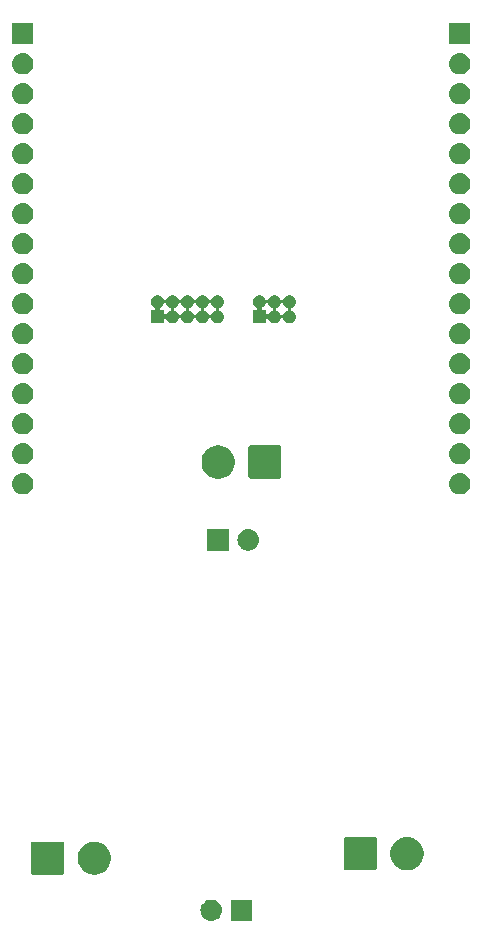
<source format=gbr>
G04 #@! TF.GenerationSoftware,KiCad,Pcbnew,(5.1.2)-2*
G04 #@! TF.CreationDate,2019-10-16T12:38:49+08:00*
G04 #@! TF.ProjectId,ESP32-Solar-Battery,45535033-322d-4536-9f6c-61722d426174,rev?*
G04 #@! TF.SameCoordinates,Original*
G04 #@! TF.FileFunction,Soldermask,Bot*
G04 #@! TF.FilePolarity,Negative*
%FSLAX46Y46*%
G04 Gerber Fmt 4.6, Leading zero omitted, Abs format (unit mm)*
G04 Created by KiCad (PCBNEW (5.1.2)-2) date 2019-10-16 12:38:49*
%MOMM*%
%LPD*%
G04 APERTURE LIST*
%ADD10C,0.100000*%
G04 APERTURE END LIST*
D10*
G36*
X126389700Y-138353100D02*
G01*
X124587700Y-138353100D01*
X124587700Y-136551100D01*
X126389700Y-136551100D01*
X126389700Y-138353100D01*
X126389700Y-138353100D01*
G37*
G36*
X123059143Y-136557619D02*
G01*
X123125327Y-136564137D01*
X123295166Y-136615657D01*
X123451691Y-136699322D01*
X123487429Y-136728652D01*
X123588886Y-136811914D01*
X123672148Y-136913371D01*
X123701478Y-136949109D01*
X123785143Y-137105634D01*
X123836663Y-137275473D01*
X123854059Y-137452100D01*
X123836663Y-137628727D01*
X123785143Y-137798566D01*
X123701478Y-137955091D01*
X123672148Y-137990829D01*
X123588886Y-138092286D01*
X123487429Y-138175548D01*
X123451691Y-138204878D01*
X123295166Y-138288543D01*
X123125327Y-138340063D01*
X123059143Y-138346581D01*
X122992960Y-138353100D01*
X122904440Y-138353100D01*
X122838257Y-138346581D01*
X122772073Y-138340063D01*
X122602234Y-138288543D01*
X122445709Y-138204878D01*
X122409971Y-138175548D01*
X122308514Y-138092286D01*
X122225252Y-137990829D01*
X122195922Y-137955091D01*
X122112257Y-137798566D01*
X122060737Y-137628727D01*
X122043341Y-137452100D01*
X122060737Y-137275473D01*
X122112257Y-137105634D01*
X122195922Y-136949109D01*
X122225252Y-136913371D01*
X122308514Y-136811914D01*
X122409971Y-136728652D01*
X122445709Y-136699322D01*
X122602234Y-136615657D01*
X122772073Y-136564137D01*
X122838257Y-136557619D01*
X122904440Y-136551100D01*
X122992960Y-136551100D01*
X123059143Y-136557619D01*
X123059143Y-136557619D01*
G37*
G36*
X110374511Y-131635121D02*
G01*
X110403966Y-131644056D01*
X110431103Y-131658562D01*
X110454894Y-131678086D01*
X110474418Y-131701877D01*
X110488924Y-131729014D01*
X110497859Y-131758469D01*
X110501480Y-131795234D01*
X110501480Y-134269766D01*
X110497859Y-134306531D01*
X110488924Y-134335986D01*
X110474418Y-134363123D01*
X110454894Y-134386914D01*
X110431103Y-134406438D01*
X110403966Y-134420944D01*
X110374511Y-134429879D01*
X110337746Y-134433500D01*
X107863214Y-134433500D01*
X107826449Y-134429879D01*
X107796994Y-134420944D01*
X107769857Y-134406438D01*
X107746066Y-134386914D01*
X107726542Y-134363123D01*
X107712036Y-134335986D01*
X107703101Y-134306531D01*
X107699480Y-134269766D01*
X107699480Y-131795234D01*
X107703101Y-131758469D01*
X107712036Y-131729014D01*
X107726542Y-131701877D01*
X107746066Y-131678086D01*
X107769857Y-131658562D01*
X107796994Y-131644056D01*
X107826449Y-131635121D01*
X107863214Y-131631500D01*
X110337746Y-131631500D01*
X110374511Y-131635121D01*
X110374511Y-131635121D01*
G37*
G36*
X113334518Y-131658562D02*
G01*
X113469137Y-131685339D01*
X113574577Y-131729014D01*
X113724101Y-131790949D01*
X113798005Y-131840330D01*
X113953566Y-131944272D01*
X114148708Y-132139414D01*
X114251155Y-132292737D01*
X114302031Y-132368879D01*
X114407641Y-132623844D01*
X114461480Y-132894512D01*
X114461480Y-133170488D01*
X114407641Y-133441156D01*
X114302031Y-133696121D01*
X114302030Y-133696122D01*
X114148708Y-133925586D01*
X113953566Y-134120728D01*
X113873756Y-134174055D01*
X113724101Y-134274051D01*
X113645687Y-134306531D01*
X113469137Y-134379661D01*
X113378913Y-134397607D01*
X113198468Y-134433500D01*
X112922492Y-134433500D01*
X112742047Y-134397607D01*
X112651823Y-134379661D01*
X112475273Y-134306531D01*
X112396859Y-134274051D01*
X112247204Y-134174055D01*
X112167394Y-134120728D01*
X111972252Y-133925586D01*
X111818930Y-133696122D01*
X111818929Y-133696121D01*
X111713319Y-133441156D01*
X111659480Y-133170488D01*
X111659480Y-132894512D01*
X111713319Y-132623844D01*
X111818929Y-132368879D01*
X111869805Y-132292737D01*
X111972252Y-132139414D01*
X112167394Y-131944272D01*
X112322955Y-131840330D01*
X112396859Y-131790949D01*
X112546383Y-131729014D01*
X112651823Y-131685339D01*
X112786442Y-131658562D01*
X112922492Y-131631500D01*
X113198468Y-131631500D01*
X113334518Y-131658562D01*
X113334518Y-131658562D01*
G37*
G36*
X139806538Y-131282642D02*
G01*
X139941157Y-131309419D01*
X140046597Y-131353094D01*
X140196121Y-131415029D01*
X140270025Y-131464410D01*
X140425586Y-131568352D01*
X140620728Y-131763494D01*
X140723175Y-131916817D01*
X140774051Y-131992959D01*
X140879661Y-132247924D01*
X140933500Y-132518592D01*
X140933500Y-132794568D01*
X140879661Y-133065236D01*
X140774051Y-133320201D01*
X140774050Y-133320202D01*
X140620728Y-133549666D01*
X140425586Y-133744808D01*
X140345776Y-133798135D01*
X140196121Y-133898131D01*
X140117707Y-133930611D01*
X139941157Y-134003741D01*
X139850933Y-134021687D01*
X139670488Y-134057580D01*
X139394512Y-134057580D01*
X139214067Y-134021687D01*
X139123843Y-134003741D01*
X138947293Y-133930611D01*
X138868879Y-133898131D01*
X138719224Y-133798135D01*
X138639414Y-133744808D01*
X138444272Y-133549666D01*
X138290950Y-133320202D01*
X138290949Y-133320201D01*
X138185339Y-133065236D01*
X138131500Y-132794568D01*
X138131500Y-132518592D01*
X138185339Y-132247924D01*
X138290949Y-131992959D01*
X138341825Y-131916817D01*
X138444272Y-131763494D01*
X138639414Y-131568352D01*
X138794975Y-131464410D01*
X138868879Y-131415029D01*
X139018403Y-131353094D01*
X139123843Y-131309419D01*
X139258462Y-131282642D01*
X139394512Y-131255580D01*
X139670488Y-131255580D01*
X139806538Y-131282642D01*
X139806538Y-131282642D01*
G37*
G36*
X136846531Y-131259201D02*
G01*
X136875986Y-131268136D01*
X136903123Y-131282642D01*
X136926914Y-131302166D01*
X136946438Y-131325957D01*
X136960944Y-131353094D01*
X136969879Y-131382549D01*
X136973500Y-131419314D01*
X136973500Y-133893846D01*
X136969879Y-133930611D01*
X136960944Y-133960066D01*
X136946438Y-133987203D01*
X136926914Y-134010994D01*
X136903123Y-134030518D01*
X136875986Y-134045024D01*
X136846531Y-134053959D01*
X136809766Y-134057580D01*
X134335234Y-134057580D01*
X134298469Y-134053959D01*
X134269014Y-134045024D01*
X134241877Y-134030518D01*
X134218086Y-134010994D01*
X134198562Y-133987203D01*
X134184056Y-133960066D01*
X134175121Y-133930611D01*
X134171500Y-133893846D01*
X134171500Y-131419314D01*
X134175121Y-131382549D01*
X134184056Y-131353094D01*
X134198562Y-131325957D01*
X134218086Y-131302166D01*
X134241877Y-131282642D01*
X134269014Y-131268136D01*
X134298469Y-131259201D01*
X134335234Y-131255580D01*
X136809766Y-131255580D01*
X136846531Y-131259201D01*
X136846531Y-131259201D01*
G37*
G36*
X124441000Y-107001000D02*
G01*
X122639000Y-107001000D01*
X122639000Y-105199000D01*
X124441000Y-105199000D01*
X124441000Y-107001000D01*
X124441000Y-107001000D01*
G37*
G36*
X126190442Y-105205518D02*
G01*
X126256627Y-105212037D01*
X126426466Y-105263557D01*
X126582991Y-105347222D01*
X126618729Y-105376552D01*
X126720186Y-105459814D01*
X126803448Y-105561271D01*
X126832778Y-105597009D01*
X126916443Y-105753534D01*
X126967963Y-105923373D01*
X126985359Y-106100000D01*
X126967963Y-106276627D01*
X126916443Y-106446466D01*
X126832778Y-106602991D01*
X126803448Y-106638729D01*
X126720186Y-106740186D01*
X126618729Y-106823448D01*
X126582991Y-106852778D01*
X126426466Y-106936443D01*
X126256627Y-106987963D01*
X126190442Y-106994482D01*
X126124260Y-107001000D01*
X126035740Y-107001000D01*
X125969558Y-106994482D01*
X125903373Y-106987963D01*
X125733534Y-106936443D01*
X125577009Y-106852778D01*
X125541271Y-106823448D01*
X125439814Y-106740186D01*
X125356552Y-106638729D01*
X125327222Y-106602991D01*
X125243557Y-106446466D01*
X125192037Y-106276627D01*
X125174641Y-106100000D01*
X125192037Y-105923373D01*
X125243557Y-105753534D01*
X125327222Y-105597009D01*
X125356552Y-105561271D01*
X125439814Y-105459814D01*
X125541271Y-105376552D01*
X125577009Y-105347222D01*
X125733534Y-105263557D01*
X125903373Y-105212037D01*
X125969558Y-105205518D01*
X126035740Y-105199000D01*
X126124260Y-105199000D01*
X126190442Y-105205518D01*
X126190442Y-105205518D01*
G37*
G36*
X144110443Y-100436899D02*
G01*
X144176627Y-100443417D01*
X144346466Y-100494937D01*
X144502991Y-100578602D01*
X144514720Y-100588228D01*
X144640186Y-100691194D01*
X144717740Y-100785695D01*
X144752778Y-100828389D01*
X144836443Y-100984914D01*
X144887963Y-101154753D01*
X144905359Y-101331380D01*
X144887963Y-101508007D01*
X144836443Y-101677846D01*
X144752778Y-101834371D01*
X144723448Y-101870109D01*
X144640186Y-101971566D01*
X144538729Y-102054828D01*
X144502991Y-102084158D01*
X144346466Y-102167823D01*
X144176627Y-102219343D01*
X144110442Y-102225862D01*
X144044260Y-102232380D01*
X143955740Y-102232380D01*
X143889558Y-102225862D01*
X143823373Y-102219343D01*
X143653534Y-102167823D01*
X143497009Y-102084158D01*
X143461271Y-102054828D01*
X143359814Y-101971566D01*
X143276552Y-101870109D01*
X143247222Y-101834371D01*
X143163557Y-101677846D01*
X143112037Y-101508007D01*
X143094641Y-101331380D01*
X143112037Y-101154753D01*
X143163557Y-100984914D01*
X143247222Y-100828389D01*
X143282260Y-100785695D01*
X143359814Y-100691194D01*
X143485280Y-100588228D01*
X143497009Y-100578602D01*
X143653534Y-100494937D01*
X143823373Y-100443417D01*
X143889557Y-100436899D01*
X143955740Y-100430380D01*
X144044260Y-100430380D01*
X144110443Y-100436899D01*
X144110443Y-100436899D01*
G37*
G36*
X107110443Y-100436899D02*
G01*
X107176627Y-100443417D01*
X107346466Y-100494937D01*
X107502991Y-100578602D01*
X107514720Y-100588228D01*
X107640186Y-100691194D01*
X107717740Y-100785695D01*
X107752778Y-100828389D01*
X107836443Y-100984914D01*
X107887963Y-101154753D01*
X107905359Y-101331380D01*
X107887963Y-101508007D01*
X107836443Y-101677846D01*
X107752778Y-101834371D01*
X107723448Y-101870109D01*
X107640186Y-101971566D01*
X107538729Y-102054828D01*
X107502991Y-102084158D01*
X107346466Y-102167823D01*
X107176627Y-102219343D01*
X107110442Y-102225862D01*
X107044260Y-102232380D01*
X106955740Y-102232380D01*
X106889558Y-102225862D01*
X106823373Y-102219343D01*
X106653534Y-102167823D01*
X106497009Y-102084158D01*
X106461271Y-102054828D01*
X106359814Y-101971566D01*
X106276552Y-101870109D01*
X106247222Y-101834371D01*
X106163557Y-101677846D01*
X106112037Y-101508007D01*
X106094641Y-101331380D01*
X106112037Y-101154753D01*
X106163557Y-100984914D01*
X106247222Y-100828389D01*
X106282260Y-100785695D01*
X106359814Y-100691194D01*
X106485280Y-100588228D01*
X106497009Y-100578602D01*
X106653534Y-100494937D01*
X106823373Y-100443417D01*
X106889557Y-100436899D01*
X106955740Y-100430380D01*
X107044260Y-100430380D01*
X107110443Y-100436899D01*
X107110443Y-100436899D01*
G37*
G36*
X128774031Y-98102621D02*
G01*
X128803486Y-98111556D01*
X128830623Y-98126062D01*
X128854414Y-98145586D01*
X128873938Y-98169377D01*
X128888444Y-98196514D01*
X128897379Y-98225969D01*
X128901000Y-98262734D01*
X128901000Y-100737266D01*
X128897379Y-100774031D01*
X128888444Y-100803486D01*
X128873938Y-100830623D01*
X128854414Y-100854414D01*
X128830623Y-100873938D01*
X128803486Y-100888444D01*
X128774031Y-100897379D01*
X128737266Y-100901000D01*
X126262734Y-100901000D01*
X126225969Y-100897379D01*
X126196514Y-100888444D01*
X126169377Y-100873938D01*
X126145586Y-100854414D01*
X126126062Y-100830623D01*
X126111556Y-100803486D01*
X126102621Y-100774031D01*
X126099000Y-100737266D01*
X126099000Y-98262734D01*
X126102621Y-98225969D01*
X126111556Y-98196514D01*
X126126062Y-98169377D01*
X126145586Y-98145586D01*
X126169377Y-98126062D01*
X126196514Y-98111556D01*
X126225969Y-98102621D01*
X126262734Y-98099000D01*
X128737266Y-98099000D01*
X128774031Y-98102621D01*
X128774031Y-98102621D01*
G37*
G36*
X123814038Y-98126062D02*
G01*
X123948657Y-98152839D01*
X124054097Y-98196514D01*
X124203621Y-98258449D01*
X124248429Y-98288389D01*
X124433086Y-98411772D01*
X124628228Y-98606914D01*
X124633467Y-98614755D01*
X124781551Y-98836379D01*
X124887161Y-99091344D01*
X124941000Y-99362012D01*
X124941000Y-99637988D01*
X124887161Y-99908656D01*
X124781551Y-100163621D01*
X124781550Y-100163622D01*
X124628228Y-100393086D01*
X124433086Y-100588228D01*
X124353276Y-100641555D01*
X124203621Y-100741551D01*
X124125207Y-100774031D01*
X123948657Y-100847161D01*
X123858433Y-100865107D01*
X123677988Y-100901000D01*
X123402012Y-100901000D01*
X123221567Y-100865107D01*
X123131343Y-100847161D01*
X122954793Y-100774031D01*
X122876379Y-100741551D01*
X122726724Y-100641555D01*
X122646914Y-100588228D01*
X122451772Y-100393086D01*
X122298450Y-100163622D01*
X122298449Y-100163621D01*
X122192839Y-99908656D01*
X122139000Y-99637988D01*
X122139000Y-99362012D01*
X122192839Y-99091344D01*
X122298449Y-98836379D01*
X122446533Y-98614755D01*
X122451772Y-98606914D01*
X122646914Y-98411772D01*
X122831571Y-98288389D01*
X122876379Y-98258449D01*
X123025903Y-98196514D01*
X123131343Y-98152839D01*
X123265962Y-98126062D01*
X123402012Y-98099000D01*
X123677988Y-98099000D01*
X123814038Y-98126062D01*
X123814038Y-98126062D01*
G37*
G36*
X107110442Y-97896898D02*
G01*
X107176627Y-97903417D01*
X107346466Y-97954937D01*
X107502991Y-98038602D01*
X107538729Y-98067932D01*
X107640186Y-98151194D01*
X107701551Y-98225969D01*
X107752778Y-98288389D01*
X107836443Y-98444914D01*
X107887963Y-98614753D01*
X107905359Y-98791380D01*
X107887963Y-98968007D01*
X107836443Y-99137846D01*
X107752778Y-99294371D01*
X107723448Y-99330109D01*
X107640186Y-99431566D01*
X107538729Y-99514828D01*
X107502991Y-99544158D01*
X107346466Y-99627823D01*
X107176627Y-99679343D01*
X107110442Y-99685862D01*
X107044260Y-99692380D01*
X106955740Y-99692380D01*
X106889558Y-99685862D01*
X106823373Y-99679343D01*
X106653534Y-99627823D01*
X106497009Y-99544158D01*
X106461271Y-99514828D01*
X106359814Y-99431566D01*
X106276552Y-99330109D01*
X106247222Y-99294371D01*
X106163557Y-99137846D01*
X106112037Y-98968007D01*
X106094641Y-98791380D01*
X106112037Y-98614753D01*
X106163557Y-98444914D01*
X106247222Y-98288389D01*
X106298449Y-98225969D01*
X106359814Y-98151194D01*
X106461271Y-98067932D01*
X106497009Y-98038602D01*
X106653534Y-97954937D01*
X106823373Y-97903417D01*
X106889557Y-97896899D01*
X106955740Y-97890380D01*
X107044260Y-97890380D01*
X107110442Y-97896898D01*
X107110442Y-97896898D01*
G37*
G36*
X144110442Y-97896898D02*
G01*
X144176627Y-97903417D01*
X144346466Y-97954937D01*
X144502991Y-98038602D01*
X144538729Y-98067932D01*
X144640186Y-98151194D01*
X144701551Y-98225969D01*
X144752778Y-98288389D01*
X144836443Y-98444914D01*
X144887963Y-98614753D01*
X144905359Y-98791380D01*
X144887963Y-98968007D01*
X144836443Y-99137846D01*
X144752778Y-99294371D01*
X144723448Y-99330109D01*
X144640186Y-99431566D01*
X144538729Y-99514828D01*
X144502991Y-99544158D01*
X144346466Y-99627823D01*
X144176627Y-99679343D01*
X144110442Y-99685862D01*
X144044260Y-99692380D01*
X143955740Y-99692380D01*
X143889558Y-99685862D01*
X143823373Y-99679343D01*
X143653534Y-99627823D01*
X143497009Y-99544158D01*
X143461271Y-99514828D01*
X143359814Y-99431566D01*
X143276552Y-99330109D01*
X143247222Y-99294371D01*
X143163557Y-99137846D01*
X143112037Y-98968007D01*
X143094641Y-98791380D01*
X143112037Y-98614753D01*
X143163557Y-98444914D01*
X143247222Y-98288389D01*
X143298449Y-98225969D01*
X143359814Y-98151194D01*
X143461271Y-98067932D01*
X143497009Y-98038602D01*
X143653534Y-97954937D01*
X143823373Y-97903417D01*
X143889557Y-97896899D01*
X143955740Y-97890380D01*
X144044260Y-97890380D01*
X144110442Y-97896898D01*
X144110442Y-97896898D01*
G37*
G36*
X144110442Y-95356898D02*
G01*
X144176627Y-95363417D01*
X144346466Y-95414937D01*
X144502991Y-95498602D01*
X144538729Y-95527932D01*
X144640186Y-95611194D01*
X144723448Y-95712651D01*
X144752778Y-95748389D01*
X144836443Y-95904914D01*
X144887963Y-96074753D01*
X144905359Y-96251380D01*
X144887963Y-96428007D01*
X144836443Y-96597846D01*
X144752778Y-96754371D01*
X144723448Y-96790109D01*
X144640186Y-96891566D01*
X144538729Y-96974828D01*
X144502991Y-97004158D01*
X144346466Y-97087823D01*
X144176627Y-97139343D01*
X144110442Y-97145862D01*
X144044260Y-97152380D01*
X143955740Y-97152380D01*
X143889557Y-97145861D01*
X143823373Y-97139343D01*
X143653534Y-97087823D01*
X143497009Y-97004158D01*
X143461271Y-96974828D01*
X143359814Y-96891566D01*
X143276552Y-96790109D01*
X143247222Y-96754371D01*
X143163557Y-96597846D01*
X143112037Y-96428007D01*
X143094641Y-96251380D01*
X143112037Y-96074753D01*
X143163557Y-95904914D01*
X143247222Y-95748389D01*
X143276552Y-95712651D01*
X143359814Y-95611194D01*
X143461271Y-95527932D01*
X143497009Y-95498602D01*
X143653534Y-95414937D01*
X143823373Y-95363417D01*
X143889558Y-95356898D01*
X143955740Y-95350380D01*
X144044260Y-95350380D01*
X144110442Y-95356898D01*
X144110442Y-95356898D01*
G37*
G36*
X107110442Y-95356898D02*
G01*
X107176627Y-95363417D01*
X107346466Y-95414937D01*
X107502991Y-95498602D01*
X107538729Y-95527932D01*
X107640186Y-95611194D01*
X107723448Y-95712651D01*
X107752778Y-95748389D01*
X107836443Y-95904914D01*
X107887963Y-96074753D01*
X107905359Y-96251380D01*
X107887963Y-96428007D01*
X107836443Y-96597846D01*
X107752778Y-96754371D01*
X107723448Y-96790109D01*
X107640186Y-96891566D01*
X107538729Y-96974828D01*
X107502991Y-97004158D01*
X107346466Y-97087823D01*
X107176627Y-97139343D01*
X107110442Y-97145862D01*
X107044260Y-97152380D01*
X106955740Y-97152380D01*
X106889557Y-97145861D01*
X106823373Y-97139343D01*
X106653534Y-97087823D01*
X106497009Y-97004158D01*
X106461271Y-96974828D01*
X106359814Y-96891566D01*
X106276552Y-96790109D01*
X106247222Y-96754371D01*
X106163557Y-96597846D01*
X106112037Y-96428007D01*
X106094641Y-96251380D01*
X106112037Y-96074753D01*
X106163557Y-95904914D01*
X106247222Y-95748389D01*
X106276552Y-95712651D01*
X106359814Y-95611194D01*
X106461271Y-95527932D01*
X106497009Y-95498602D01*
X106653534Y-95414937D01*
X106823373Y-95363417D01*
X106889558Y-95356898D01*
X106955740Y-95350380D01*
X107044260Y-95350380D01*
X107110442Y-95356898D01*
X107110442Y-95356898D01*
G37*
G36*
X144110443Y-92816899D02*
G01*
X144176627Y-92823417D01*
X144346466Y-92874937D01*
X144502991Y-92958602D01*
X144538729Y-92987932D01*
X144640186Y-93071194D01*
X144723448Y-93172651D01*
X144752778Y-93208389D01*
X144836443Y-93364914D01*
X144887963Y-93534753D01*
X144905359Y-93711380D01*
X144887963Y-93888007D01*
X144836443Y-94057846D01*
X144752778Y-94214371D01*
X144723448Y-94250109D01*
X144640186Y-94351566D01*
X144538729Y-94434828D01*
X144502991Y-94464158D01*
X144346466Y-94547823D01*
X144176627Y-94599343D01*
X144110443Y-94605861D01*
X144044260Y-94612380D01*
X143955740Y-94612380D01*
X143889558Y-94605862D01*
X143823373Y-94599343D01*
X143653534Y-94547823D01*
X143497009Y-94464158D01*
X143461271Y-94434828D01*
X143359814Y-94351566D01*
X143276552Y-94250109D01*
X143247222Y-94214371D01*
X143163557Y-94057846D01*
X143112037Y-93888007D01*
X143094641Y-93711380D01*
X143112037Y-93534753D01*
X143163557Y-93364914D01*
X143247222Y-93208389D01*
X143276552Y-93172651D01*
X143359814Y-93071194D01*
X143461271Y-92987932D01*
X143497009Y-92958602D01*
X143653534Y-92874937D01*
X143823373Y-92823417D01*
X143889557Y-92816899D01*
X143955740Y-92810380D01*
X144044260Y-92810380D01*
X144110443Y-92816899D01*
X144110443Y-92816899D01*
G37*
G36*
X107110443Y-92816899D02*
G01*
X107176627Y-92823417D01*
X107346466Y-92874937D01*
X107502991Y-92958602D01*
X107538729Y-92987932D01*
X107640186Y-93071194D01*
X107723448Y-93172651D01*
X107752778Y-93208389D01*
X107836443Y-93364914D01*
X107887963Y-93534753D01*
X107905359Y-93711380D01*
X107887963Y-93888007D01*
X107836443Y-94057846D01*
X107752778Y-94214371D01*
X107723448Y-94250109D01*
X107640186Y-94351566D01*
X107538729Y-94434828D01*
X107502991Y-94464158D01*
X107346466Y-94547823D01*
X107176627Y-94599343D01*
X107110442Y-94605862D01*
X107044260Y-94612380D01*
X106955740Y-94612380D01*
X106889558Y-94605862D01*
X106823373Y-94599343D01*
X106653534Y-94547823D01*
X106497009Y-94464158D01*
X106461271Y-94434828D01*
X106359814Y-94351566D01*
X106276552Y-94250109D01*
X106247222Y-94214371D01*
X106163557Y-94057846D01*
X106112037Y-93888007D01*
X106094641Y-93711380D01*
X106112037Y-93534753D01*
X106163557Y-93364914D01*
X106247222Y-93208389D01*
X106276552Y-93172651D01*
X106359814Y-93071194D01*
X106461271Y-92987932D01*
X106497009Y-92958602D01*
X106653534Y-92874937D01*
X106823373Y-92823417D01*
X106889557Y-92816899D01*
X106955740Y-92810380D01*
X107044260Y-92810380D01*
X107110443Y-92816899D01*
X107110443Y-92816899D01*
G37*
G36*
X144110442Y-90276898D02*
G01*
X144176627Y-90283417D01*
X144346466Y-90334937D01*
X144502991Y-90418602D01*
X144538729Y-90447932D01*
X144640186Y-90531194D01*
X144723448Y-90632651D01*
X144752778Y-90668389D01*
X144836443Y-90824914D01*
X144887963Y-90994753D01*
X144905359Y-91171380D01*
X144887963Y-91348007D01*
X144836443Y-91517846D01*
X144752778Y-91674371D01*
X144723448Y-91710109D01*
X144640186Y-91811566D01*
X144538729Y-91894828D01*
X144502991Y-91924158D01*
X144346466Y-92007823D01*
X144176627Y-92059343D01*
X144110443Y-92065861D01*
X144044260Y-92072380D01*
X143955740Y-92072380D01*
X143889557Y-92065861D01*
X143823373Y-92059343D01*
X143653534Y-92007823D01*
X143497009Y-91924158D01*
X143461271Y-91894828D01*
X143359814Y-91811566D01*
X143276552Y-91710109D01*
X143247222Y-91674371D01*
X143163557Y-91517846D01*
X143112037Y-91348007D01*
X143094641Y-91171380D01*
X143112037Y-90994753D01*
X143163557Y-90824914D01*
X143247222Y-90668389D01*
X143276552Y-90632651D01*
X143359814Y-90531194D01*
X143461271Y-90447932D01*
X143497009Y-90418602D01*
X143653534Y-90334937D01*
X143823373Y-90283417D01*
X143889558Y-90276898D01*
X143955740Y-90270380D01*
X144044260Y-90270380D01*
X144110442Y-90276898D01*
X144110442Y-90276898D01*
G37*
G36*
X107110442Y-90276898D02*
G01*
X107176627Y-90283417D01*
X107346466Y-90334937D01*
X107502991Y-90418602D01*
X107538729Y-90447932D01*
X107640186Y-90531194D01*
X107723448Y-90632651D01*
X107752778Y-90668389D01*
X107836443Y-90824914D01*
X107887963Y-90994753D01*
X107905359Y-91171380D01*
X107887963Y-91348007D01*
X107836443Y-91517846D01*
X107752778Y-91674371D01*
X107723448Y-91710109D01*
X107640186Y-91811566D01*
X107538729Y-91894828D01*
X107502991Y-91924158D01*
X107346466Y-92007823D01*
X107176627Y-92059343D01*
X107110443Y-92065861D01*
X107044260Y-92072380D01*
X106955740Y-92072380D01*
X106889557Y-92065861D01*
X106823373Y-92059343D01*
X106653534Y-92007823D01*
X106497009Y-91924158D01*
X106461271Y-91894828D01*
X106359814Y-91811566D01*
X106276552Y-91710109D01*
X106247222Y-91674371D01*
X106163557Y-91517846D01*
X106112037Y-91348007D01*
X106094641Y-91171380D01*
X106112037Y-90994753D01*
X106163557Y-90824914D01*
X106247222Y-90668389D01*
X106276552Y-90632651D01*
X106359814Y-90531194D01*
X106461271Y-90447932D01*
X106497009Y-90418602D01*
X106653534Y-90334937D01*
X106823373Y-90283417D01*
X106889558Y-90276898D01*
X106955740Y-90270380D01*
X107044260Y-90270380D01*
X107110442Y-90276898D01*
X107110442Y-90276898D01*
G37*
G36*
X144110442Y-87736898D02*
G01*
X144176627Y-87743417D01*
X144346466Y-87794937D01*
X144502991Y-87878602D01*
X144538729Y-87907932D01*
X144640186Y-87991194D01*
X144723448Y-88092651D01*
X144752778Y-88128389D01*
X144836443Y-88284914D01*
X144887963Y-88454753D01*
X144905359Y-88631380D01*
X144887963Y-88808007D01*
X144836443Y-88977846D01*
X144752778Y-89134371D01*
X144723448Y-89170109D01*
X144640186Y-89271566D01*
X144538729Y-89354828D01*
X144502991Y-89384158D01*
X144346466Y-89467823D01*
X144176627Y-89519343D01*
X144110442Y-89525862D01*
X144044260Y-89532380D01*
X143955740Y-89532380D01*
X143889558Y-89525862D01*
X143823373Y-89519343D01*
X143653534Y-89467823D01*
X143497009Y-89384158D01*
X143461271Y-89354828D01*
X143359814Y-89271566D01*
X143276552Y-89170109D01*
X143247222Y-89134371D01*
X143163557Y-88977846D01*
X143112037Y-88808007D01*
X143094641Y-88631380D01*
X143112037Y-88454753D01*
X143163557Y-88284914D01*
X143247222Y-88128389D01*
X143276552Y-88092651D01*
X143359814Y-87991194D01*
X143461271Y-87907932D01*
X143497009Y-87878602D01*
X143653534Y-87794937D01*
X143823373Y-87743417D01*
X143889558Y-87736898D01*
X143955740Y-87730380D01*
X144044260Y-87730380D01*
X144110442Y-87736898D01*
X144110442Y-87736898D01*
G37*
G36*
X107110442Y-87736898D02*
G01*
X107176627Y-87743417D01*
X107346466Y-87794937D01*
X107502991Y-87878602D01*
X107538729Y-87907932D01*
X107640186Y-87991194D01*
X107723448Y-88092651D01*
X107752778Y-88128389D01*
X107836443Y-88284914D01*
X107887963Y-88454753D01*
X107905359Y-88631380D01*
X107887963Y-88808007D01*
X107836443Y-88977846D01*
X107752778Y-89134371D01*
X107723448Y-89170109D01*
X107640186Y-89271566D01*
X107538729Y-89354828D01*
X107502991Y-89384158D01*
X107346466Y-89467823D01*
X107176627Y-89519343D01*
X107110442Y-89525862D01*
X107044260Y-89532380D01*
X106955740Y-89532380D01*
X106889558Y-89525862D01*
X106823373Y-89519343D01*
X106653534Y-89467823D01*
X106497009Y-89384158D01*
X106461271Y-89354828D01*
X106359814Y-89271566D01*
X106276552Y-89170109D01*
X106247222Y-89134371D01*
X106163557Y-88977846D01*
X106112037Y-88808007D01*
X106094641Y-88631380D01*
X106112037Y-88454753D01*
X106163557Y-88284914D01*
X106247222Y-88128389D01*
X106276552Y-88092651D01*
X106359814Y-87991194D01*
X106461271Y-87907932D01*
X106497009Y-87878602D01*
X106653534Y-87794937D01*
X106823373Y-87743417D01*
X106889558Y-87736898D01*
X106955740Y-87730380D01*
X107044260Y-87730380D01*
X107110442Y-87736898D01*
X107110442Y-87736898D01*
G37*
G36*
X118508015Y-85386973D02*
G01*
X118611879Y-85418479D01*
X118639055Y-85433005D01*
X118707600Y-85469643D01*
X118791501Y-85538499D01*
X118860357Y-85622400D01*
X118896995Y-85690945D01*
X118911521Y-85718121D01*
X118915388Y-85730869D01*
X118924760Y-85753496D01*
X118938374Y-85773870D01*
X118955701Y-85791197D01*
X118976075Y-85804811D01*
X118998714Y-85814188D01*
X119022747Y-85818969D01*
X119047251Y-85818969D01*
X119071285Y-85814189D01*
X119093924Y-85804812D01*
X119114298Y-85791198D01*
X119131625Y-85773871D01*
X119145239Y-85753497D01*
X119154612Y-85730869D01*
X119158479Y-85718121D01*
X119173005Y-85690945D01*
X119209643Y-85622400D01*
X119278499Y-85538499D01*
X119362400Y-85469643D01*
X119430945Y-85433005D01*
X119458121Y-85418479D01*
X119561985Y-85386973D01*
X119642933Y-85379000D01*
X119697067Y-85379000D01*
X119778015Y-85386973D01*
X119881879Y-85418479D01*
X119909055Y-85433005D01*
X119977600Y-85469643D01*
X120061501Y-85538499D01*
X120130357Y-85622400D01*
X120166995Y-85690945D01*
X120181521Y-85718121D01*
X120185388Y-85730869D01*
X120194760Y-85753496D01*
X120208374Y-85773870D01*
X120225701Y-85791197D01*
X120246075Y-85804811D01*
X120268714Y-85814188D01*
X120292747Y-85818969D01*
X120317251Y-85818969D01*
X120341285Y-85814189D01*
X120363924Y-85804812D01*
X120384298Y-85791198D01*
X120401625Y-85773871D01*
X120415239Y-85753497D01*
X120424612Y-85730869D01*
X120428479Y-85718121D01*
X120443005Y-85690945D01*
X120479643Y-85622400D01*
X120548499Y-85538499D01*
X120632400Y-85469643D01*
X120700945Y-85433005D01*
X120728121Y-85418479D01*
X120831985Y-85386973D01*
X120912933Y-85379000D01*
X120967067Y-85379000D01*
X121048015Y-85386973D01*
X121151879Y-85418479D01*
X121179055Y-85433005D01*
X121247600Y-85469643D01*
X121331501Y-85538499D01*
X121400357Y-85622400D01*
X121436995Y-85690945D01*
X121451521Y-85718121D01*
X121455388Y-85730869D01*
X121464760Y-85753496D01*
X121478374Y-85773870D01*
X121495701Y-85791197D01*
X121516075Y-85804811D01*
X121538714Y-85814188D01*
X121562747Y-85818969D01*
X121587251Y-85818969D01*
X121611285Y-85814189D01*
X121633924Y-85804812D01*
X121654298Y-85791198D01*
X121671625Y-85773871D01*
X121685239Y-85753497D01*
X121694612Y-85730869D01*
X121698479Y-85718121D01*
X121713005Y-85690945D01*
X121749643Y-85622400D01*
X121818499Y-85538499D01*
X121902400Y-85469643D01*
X121970945Y-85433005D01*
X121998121Y-85418479D01*
X122101985Y-85386973D01*
X122182933Y-85379000D01*
X122237067Y-85379000D01*
X122318015Y-85386973D01*
X122421879Y-85418479D01*
X122449055Y-85433005D01*
X122517600Y-85469643D01*
X122601501Y-85538499D01*
X122670357Y-85622400D01*
X122706995Y-85690945D01*
X122721521Y-85718121D01*
X122725388Y-85730869D01*
X122734760Y-85753496D01*
X122748374Y-85773870D01*
X122765701Y-85791197D01*
X122786075Y-85804811D01*
X122808714Y-85814188D01*
X122832747Y-85818969D01*
X122857251Y-85818969D01*
X122881285Y-85814189D01*
X122903924Y-85804812D01*
X122924298Y-85791198D01*
X122941625Y-85773871D01*
X122955239Y-85753497D01*
X122964612Y-85730869D01*
X122968479Y-85718121D01*
X122983005Y-85690945D01*
X123019643Y-85622400D01*
X123088499Y-85538499D01*
X123172400Y-85469643D01*
X123240945Y-85433005D01*
X123268121Y-85418479D01*
X123371985Y-85386973D01*
X123452933Y-85379000D01*
X123507067Y-85379000D01*
X123588015Y-85386973D01*
X123691879Y-85418479D01*
X123719055Y-85433005D01*
X123787600Y-85469643D01*
X123871501Y-85538499D01*
X123940357Y-85622400D01*
X123976995Y-85690945D01*
X123991521Y-85718121D01*
X124023027Y-85821985D01*
X124033666Y-85930000D01*
X124023027Y-86038015D01*
X123991521Y-86141879D01*
X123991519Y-86141882D01*
X123940357Y-86237600D01*
X123871501Y-86321501D01*
X123787600Y-86390357D01*
X123732014Y-86420068D01*
X123691879Y-86441521D01*
X123679131Y-86445388D01*
X123656504Y-86454760D01*
X123636130Y-86468374D01*
X123618803Y-86485701D01*
X123605189Y-86506075D01*
X123595812Y-86528714D01*
X123591031Y-86552747D01*
X123591031Y-86577251D01*
X123595811Y-86601285D01*
X123605188Y-86623924D01*
X123618802Y-86644298D01*
X123636129Y-86661625D01*
X123656503Y-86675239D01*
X123679131Y-86684612D01*
X123691879Y-86688479D01*
X123719055Y-86703005D01*
X123787600Y-86739643D01*
X123871501Y-86808499D01*
X123940357Y-86892400D01*
X123976995Y-86960945D01*
X123991521Y-86988121D01*
X124023027Y-87091985D01*
X124033666Y-87200000D01*
X124023027Y-87308015D01*
X123991521Y-87411879D01*
X123991191Y-87412496D01*
X123940357Y-87507600D01*
X123871501Y-87591501D01*
X123787600Y-87660357D01*
X123719055Y-87696995D01*
X123691879Y-87711521D01*
X123588015Y-87743027D01*
X123507067Y-87751000D01*
X123452933Y-87751000D01*
X123371985Y-87743027D01*
X123268121Y-87711521D01*
X123240945Y-87696995D01*
X123172400Y-87660357D01*
X123088499Y-87591501D01*
X123019643Y-87507600D01*
X122968809Y-87412496D01*
X122968479Y-87411879D01*
X122964612Y-87399131D01*
X122955240Y-87376504D01*
X122941626Y-87356130D01*
X122924299Y-87338803D01*
X122903925Y-87325189D01*
X122881286Y-87315812D01*
X122857253Y-87311031D01*
X122832749Y-87311031D01*
X122808715Y-87315811D01*
X122786076Y-87325188D01*
X122765702Y-87338802D01*
X122748375Y-87356129D01*
X122734761Y-87376503D01*
X122725388Y-87399131D01*
X122721521Y-87411879D01*
X122721191Y-87412496D01*
X122670357Y-87507600D01*
X122601501Y-87591501D01*
X122517600Y-87660357D01*
X122449055Y-87696995D01*
X122421879Y-87711521D01*
X122318015Y-87743027D01*
X122237067Y-87751000D01*
X122182933Y-87751000D01*
X122101985Y-87743027D01*
X121998121Y-87711521D01*
X121970945Y-87696995D01*
X121902400Y-87660357D01*
X121818499Y-87591501D01*
X121749643Y-87507600D01*
X121698809Y-87412496D01*
X121698479Y-87411879D01*
X121694612Y-87399131D01*
X121685240Y-87376504D01*
X121671626Y-87356130D01*
X121654299Y-87338803D01*
X121633925Y-87325189D01*
X121611286Y-87315812D01*
X121587253Y-87311031D01*
X121562749Y-87311031D01*
X121538715Y-87315811D01*
X121516076Y-87325188D01*
X121495702Y-87338802D01*
X121478375Y-87356129D01*
X121464761Y-87376503D01*
X121455388Y-87399131D01*
X121451521Y-87411879D01*
X121451191Y-87412496D01*
X121400357Y-87507600D01*
X121331501Y-87591501D01*
X121247600Y-87660357D01*
X121179055Y-87696995D01*
X121151879Y-87711521D01*
X121048015Y-87743027D01*
X120967067Y-87751000D01*
X120912933Y-87751000D01*
X120831985Y-87743027D01*
X120728121Y-87711521D01*
X120700945Y-87696995D01*
X120632400Y-87660357D01*
X120548499Y-87591501D01*
X120479643Y-87507600D01*
X120428809Y-87412496D01*
X120428479Y-87411879D01*
X120424612Y-87399131D01*
X120415240Y-87376504D01*
X120401626Y-87356130D01*
X120384299Y-87338803D01*
X120363925Y-87325189D01*
X120341286Y-87315812D01*
X120317253Y-87311031D01*
X120292749Y-87311031D01*
X120268715Y-87315811D01*
X120246076Y-87325188D01*
X120225702Y-87338802D01*
X120208375Y-87356129D01*
X120194761Y-87376503D01*
X120185388Y-87399131D01*
X120181521Y-87411879D01*
X120181191Y-87412496D01*
X120130357Y-87507600D01*
X120061501Y-87591501D01*
X119977600Y-87660357D01*
X119909055Y-87696995D01*
X119881879Y-87711521D01*
X119778015Y-87743027D01*
X119697067Y-87751000D01*
X119642933Y-87751000D01*
X119561985Y-87743027D01*
X119458121Y-87711521D01*
X119430945Y-87696995D01*
X119362400Y-87660357D01*
X119278499Y-87591501D01*
X119209645Y-87507601D01*
X119209644Y-87507600D01*
X119186236Y-87463807D01*
X119172625Y-87443437D01*
X119155298Y-87426110D01*
X119134924Y-87412496D01*
X119112285Y-87403119D01*
X119088252Y-87398338D01*
X119063748Y-87398338D01*
X119039714Y-87403118D01*
X119017076Y-87412495D01*
X118996701Y-87426109D01*
X118979374Y-87443436D01*
X118965760Y-87463810D01*
X118956383Y-87486449D01*
X118951602Y-87510482D01*
X118951000Y-87522735D01*
X118951000Y-87751000D01*
X117849000Y-87751000D01*
X117849000Y-86649000D01*
X118077265Y-86649000D01*
X118101651Y-86646598D01*
X118125100Y-86639485D01*
X118146711Y-86627934D01*
X118165653Y-86612389D01*
X118181198Y-86593447D01*
X118192749Y-86571836D01*
X118199862Y-86548387D01*
X118202264Y-86524001D01*
X118201058Y-86511748D01*
X118598338Y-86511748D01*
X118598338Y-86536252D01*
X118603118Y-86560286D01*
X118612495Y-86582924D01*
X118626109Y-86603299D01*
X118643436Y-86620626D01*
X118663810Y-86634240D01*
X118686449Y-86643617D01*
X118710482Y-86648398D01*
X118722735Y-86649000D01*
X118951000Y-86649000D01*
X118951000Y-86877265D01*
X118953402Y-86901651D01*
X118960515Y-86925100D01*
X118972066Y-86946711D01*
X118987611Y-86965653D01*
X119006553Y-86981198D01*
X119028164Y-86992749D01*
X119051613Y-86999862D01*
X119075999Y-87002264D01*
X119100385Y-86999862D01*
X119123834Y-86992749D01*
X119145445Y-86981198D01*
X119164387Y-86965653D01*
X119179932Y-86946711D01*
X119186233Y-86936198D01*
X119209644Y-86892400D01*
X119278499Y-86808499D01*
X119362400Y-86739643D01*
X119430945Y-86703005D01*
X119458121Y-86688479D01*
X119470869Y-86684612D01*
X119493496Y-86675240D01*
X119513870Y-86661626D01*
X119531197Y-86644299D01*
X119544811Y-86623925D01*
X119554188Y-86601286D01*
X119558969Y-86577253D01*
X119558969Y-86552749D01*
X119558969Y-86552747D01*
X119781031Y-86552747D01*
X119781031Y-86577251D01*
X119785811Y-86601285D01*
X119795188Y-86623924D01*
X119808802Y-86644298D01*
X119826129Y-86661625D01*
X119846503Y-86675239D01*
X119869131Y-86684612D01*
X119881879Y-86688479D01*
X119909055Y-86703005D01*
X119977600Y-86739643D01*
X120061501Y-86808499D01*
X120130357Y-86892400D01*
X120166995Y-86960945D01*
X120181521Y-86988121D01*
X120185388Y-87000869D01*
X120194760Y-87023496D01*
X120208374Y-87043870D01*
X120225701Y-87061197D01*
X120246075Y-87074811D01*
X120268714Y-87084188D01*
X120292747Y-87088969D01*
X120317251Y-87088969D01*
X120341285Y-87084189D01*
X120363924Y-87074812D01*
X120384298Y-87061198D01*
X120401625Y-87043871D01*
X120415239Y-87023497D01*
X120424612Y-87000869D01*
X120428479Y-86988121D01*
X120443005Y-86960945D01*
X120479643Y-86892400D01*
X120548499Y-86808499D01*
X120632400Y-86739643D01*
X120700945Y-86703005D01*
X120728121Y-86688479D01*
X120740869Y-86684612D01*
X120763496Y-86675240D01*
X120783870Y-86661626D01*
X120801197Y-86644299D01*
X120814811Y-86623925D01*
X120824188Y-86601286D01*
X120828969Y-86577253D01*
X120828969Y-86552749D01*
X120828969Y-86552747D01*
X121051031Y-86552747D01*
X121051031Y-86577251D01*
X121055811Y-86601285D01*
X121065188Y-86623924D01*
X121078802Y-86644298D01*
X121096129Y-86661625D01*
X121116503Y-86675239D01*
X121139131Y-86684612D01*
X121151879Y-86688479D01*
X121179055Y-86703005D01*
X121247600Y-86739643D01*
X121331501Y-86808499D01*
X121400357Y-86892400D01*
X121436995Y-86960945D01*
X121451521Y-86988121D01*
X121455388Y-87000869D01*
X121464760Y-87023496D01*
X121478374Y-87043870D01*
X121495701Y-87061197D01*
X121516075Y-87074811D01*
X121538714Y-87084188D01*
X121562747Y-87088969D01*
X121587251Y-87088969D01*
X121611285Y-87084189D01*
X121633924Y-87074812D01*
X121654298Y-87061198D01*
X121671625Y-87043871D01*
X121685239Y-87023497D01*
X121694612Y-87000869D01*
X121698479Y-86988121D01*
X121713005Y-86960945D01*
X121749643Y-86892400D01*
X121818499Y-86808499D01*
X121902400Y-86739643D01*
X121970945Y-86703005D01*
X121998121Y-86688479D01*
X122010869Y-86684612D01*
X122033496Y-86675240D01*
X122053870Y-86661626D01*
X122071197Y-86644299D01*
X122084811Y-86623925D01*
X122094188Y-86601286D01*
X122098969Y-86577253D01*
X122098969Y-86552749D01*
X122098969Y-86552747D01*
X122321031Y-86552747D01*
X122321031Y-86577251D01*
X122325811Y-86601285D01*
X122335188Y-86623924D01*
X122348802Y-86644298D01*
X122366129Y-86661625D01*
X122386503Y-86675239D01*
X122409131Y-86684612D01*
X122421879Y-86688479D01*
X122449055Y-86703005D01*
X122517600Y-86739643D01*
X122601501Y-86808499D01*
X122670357Y-86892400D01*
X122706995Y-86960945D01*
X122721521Y-86988121D01*
X122725388Y-87000869D01*
X122734760Y-87023496D01*
X122748374Y-87043870D01*
X122765701Y-87061197D01*
X122786075Y-87074811D01*
X122808714Y-87084188D01*
X122832747Y-87088969D01*
X122857251Y-87088969D01*
X122881285Y-87084189D01*
X122903924Y-87074812D01*
X122924298Y-87061198D01*
X122941625Y-87043871D01*
X122955239Y-87023497D01*
X122964612Y-87000869D01*
X122968479Y-86988121D01*
X122983005Y-86960945D01*
X123019643Y-86892400D01*
X123088499Y-86808499D01*
X123172400Y-86739643D01*
X123240945Y-86703005D01*
X123268121Y-86688479D01*
X123280869Y-86684612D01*
X123303496Y-86675240D01*
X123323870Y-86661626D01*
X123341197Y-86644299D01*
X123354811Y-86623925D01*
X123364188Y-86601286D01*
X123368969Y-86577253D01*
X123368969Y-86552749D01*
X123364189Y-86528715D01*
X123354812Y-86506076D01*
X123341198Y-86485702D01*
X123323871Y-86468375D01*
X123303497Y-86454761D01*
X123280869Y-86445388D01*
X123268121Y-86441521D01*
X123227986Y-86420068D01*
X123172400Y-86390357D01*
X123088499Y-86321501D01*
X123019643Y-86237600D01*
X122968481Y-86141882D01*
X122968479Y-86141879D01*
X122964612Y-86129131D01*
X122955240Y-86106504D01*
X122941626Y-86086130D01*
X122924299Y-86068803D01*
X122903925Y-86055189D01*
X122881286Y-86045812D01*
X122857253Y-86041031D01*
X122832749Y-86041031D01*
X122808715Y-86045811D01*
X122786076Y-86055188D01*
X122765702Y-86068802D01*
X122748375Y-86086129D01*
X122734761Y-86106503D01*
X122725388Y-86129131D01*
X122721521Y-86141879D01*
X122721519Y-86141882D01*
X122670357Y-86237600D01*
X122601501Y-86321501D01*
X122517600Y-86390357D01*
X122462014Y-86420068D01*
X122421879Y-86441521D01*
X122409131Y-86445388D01*
X122386504Y-86454760D01*
X122366130Y-86468374D01*
X122348803Y-86485701D01*
X122335189Y-86506075D01*
X122325812Y-86528714D01*
X122321031Y-86552747D01*
X122098969Y-86552747D01*
X122094189Y-86528715D01*
X122084812Y-86506076D01*
X122071198Y-86485702D01*
X122053871Y-86468375D01*
X122033497Y-86454761D01*
X122010869Y-86445388D01*
X121998121Y-86441521D01*
X121957986Y-86420068D01*
X121902400Y-86390357D01*
X121818499Y-86321501D01*
X121749643Y-86237600D01*
X121698481Y-86141882D01*
X121698479Y-86141879D01*
X121694612Y-86129131D01*
X121685240Y-86106504D01*
X121671626Y-86086130D01*
X121654299Y-86068803D01*
X121633925Y-86055189D01*
X121611286Y-86045812D01*
X121587253Y-86041031D01*
X121562749Y-86041031D01*
X121538715Y-86045811D01*
X121516076Y-86055188D01*
X121495702Y-86068802D01*
X121478375Y-86086129D01*
X121464761Y-86106503D01*
X121455388Y-86129131D01*
X121451521Y-86141879D01*
X121451519Y-86141882D01*
X121400357Y-86237600D01*
X121331501Y-86321501D01*
X121247600Y-86390357D01*
X121192014Y-86420068D01*
X121151879Y-86441521D01*
X121139131Y-86445388D01*
X121116504Y-86454760D01*
X121096130Y-86468374D01*
X121078803Y-86485701D01*
X121065189Y-86506075D01*
X121055812Y-86528714D01*
X121051031Y-86552747D01*
X120828969Y-86552747D01*
X120824189Y-86528715D01*
X120814812Y-86506076D01*
X120801198Y-86485702D01*
X120783871Y-86468375D01*
X120763497Y-86454761D01*
X120740869Y-86445388D01*
X120728121Y-86441521D01*
X120687986Y-86420068D01*
X120632400Y-86390357D01*
X120548499Y-86321501D01*
X120479643Y-86237600D01*
X120428481Y-86141882D01*
X120428479Y-86141879D01*
X120424612Y-86129131D01*
X120415240Y-86106504D01*
X120401626Y-86086130D01*
X120384299Y-86068803D01*
X120363925Y-86055189D01*
X120341286Y-86045812D01*
X120317253Y-86041031D01*
X120292749Y-86041031D01*
X120268715Y-86045811D01*
X120246076Y-86055188D01*
X120225702Y-86068802D01*
X120208375Y-86086129D01*
X120194761Y-86106503D01*
X120185388Y-86129131D01*
X120181521Y-86141879D01*
X120181519Y-86141882D01*
X120130357Y-86237600D01*
X120061501Y-86321501D01*
X119977600Y-86390357D01*
X119922014Y-86420068D01*
X119881879Y-86441521D01*
X119869131Y-86445388D01*
X119846504Y-86454760D01*
X119826130Y-86468374D01*
X119808803Y-86485701D01*
X119795189Y-86506075D01*
X119785812Y-86528714D01*
X119781031Y-86552747D01*
X119558969Y-86552747D01*
X119554189Y-86528715D01*
X119544812Y-86506076D01*
X119531198Y-86485702D01*
X119513871Y-86468375D01*
X119493497Y-86454761D01*
X119470869Y-86445388D01*
X119458121Y-86441521D01*
X119417986Y-86420068D01*
X119362400Y-86390357D01*
X119278499Y-86321501D01*
X119209643Y-86237600D01*
X119158481Y-86141882D01*
X119158479Y-86141879D01*
X119154612Y-86129131D01*
X119145240Y-86106504D01*
X119131626Y-86086130D01*
X119114299Y-86068803D01*
X119093925Y-86055189D01*
X119071286Y-86045812D01*
X119047253Y-86041031D01*
X119022749Y-86041031D01*
X118998715Y-86045811D01*
X118976076Y-86055188D01*
X118955702Y-86068802D01*
X118938375Y-86086129D01*
X118924761Y-86106503D01*
X118915388Y-86129131D01*
X118911521Y-86141879D01*
X118911519Y-86141882D01*
X118860357Y-86237600D01*
X118791501Y-86321501D01*
X118707600Y-86390356D01*
X118663807Y-86413764D01*
X118643437Y-86427375D01*
X118626110Y-86444702D01*
X118612496Y-86465076D01*
X118603119Y-86487715D01*
X118598338Y-86511748D01*
X118201058Y-86511748D01*
X118199862Y-86499615D01*
X118192749Y-86476166D01*
X118181198Y-86454555D01*
X118165653Y-86435613D01*
X118146711Y-86420068D01*
X118136198Y-86413767D01*
X118092400Y-86390356D01*
X118008499Y-86321501D01*
X117939643Y-86237600D01*
X117888481Y-86141882D01*
X117888479Y-86141879D01*
X117856973Y-86038015D01*
X117846334Y-85930000D01*
X117856973Y-85821985D01*
X117888479Y-85718121D01*
X117903005Y-85690945D01*
X117939643Y-85622400D01*
X118008499Y-85538499D01*
X118092400Y-85469643D01*
X118160945Y-85433005D01*
X118188121Y-85418479D01*
X118291985Y-85386973D01*
X118372933Y-85379000D01*
X118427067Y-85379000D01*
X118508015Y-85386973D01*
X118508015Y-85386973D01*
G37*
G36*
X127138015Y-85386973D02*
G01*
X127241879Y-85418479D01*
X127269055Y-85433005D01*
X127337600Y-85469643D01*
X127421501Y-85538499D01*
X127490357Y-85622400D01*
X127526995Y-85690945D01*
X127541521Y-85718121D01*
X127545388Y-85730869D01*
X127554760Y-85753496D01*
X127568374Y-85773870D01*
X127585701Y-85791197D01*
X127606075Y-85804811D01*
X127628714Y-85814188D01*
X127652747Y-85818969D01*
X127677251Y-85818969D01*
X127701285Y-85814189D01*
X127723924Y-85804812D01*
X127744298Y-85791198D01*
X127761625Y-85773871D01*
X127775239Y-85753497D01*
X127784612Y-85730869D01*
X127788479Y-85718121D01*
X127803005Y-85690945D01*
X127839643Y-85622400D01*
X127908499Y-85538499D01*
X127992400Y-85469643D01*
X128060945Y-85433005D01*
X128088121Y-85418479D01*
X128191985Y-85386973D01*
X128272933Y-85379000D01*
X128327067Y-85379000D01*
X128408015Y-85386973D01*
X128511879Y-85418479D01*
X128539055Y-85433005D01*
X128607600Y-85469643D01*
X128691501Y-85538499D01*
X128760357Y-85622400D01*
X128796995Y-85690945D01*
X128811521Y-85718121D01*
X128815388Y-85730869D01*
X128824760Y-85753496D01*
X128838374Y-85773870D01*
X128855701Y-85791197D01*
X128876075Y-85804811D01*
X128898714Y-85814188D01*
X128922747Y-85818969D01*
X128947251Y-85818969D01*
X128971285Y-85814189D01*
X128993924Y-85804812D01*
X129014298Y-85791198D01*
X129031625Y-85773871D01*
X129045239Y-85753497D01*
X129054612Y-85730869D01*
X129058479Y-85718121D01*
X129073005Y-85690945D01*
X129109643Y-85622400D01*
X129178499Y-85538499D01*
X129262400Y-85469643D01*
X129330945Y-85433005D01*
X129358121Y-85418479D01*
X129461985Y-85386973D01*
X129542933Y-85379000D01*
X129597067Y-85379000D01*
X129678015Y-85386973D01*
X129781879Y-85418479D01*
X129809055Y-85433005D01*
X129877600Y-85469643D01*
X129961501Y-85538499D01*
X130030357Y-85622400D01*
X130066995Y-85690945D01*
X130081521Y-85718121D01*
X130113027Y-85821985D01*
X130123666Y-85930000D01*
X130113027Y-86038015D01*
X130081521Y-86141879D01*
X130081519Y-86141882D01*
X130030357Y-86237600D01*
X129961501Y-86321501D01*
X129877600Y-86390357D01*
X129822014Y-86420068D01*
X129781879Y-86441521D01*
X129769131Y-86445388D01*
X129746504Y-86454760D01*
X129726130Y-86468374D01*
X129708803Y-86485701D01*
X129695189Y-86506075D01*
X129685812Y-86528714D01*
X129681031Y-86552747D01*
X129681031Y-86577251D01*
X129685811Y-86601285D01*
X129695188Y-86623924D01*
X129708802Y-86644298D01*
X129726129Y-86661625D01*
X129746503Y-86675239D01*
X129769131Y-86684612D01*
X129781879Y-86688479D01*
X129809055Y-86703005D01*
X129877600Y-86739643D01*
X129961501Y-86808499D01*
X130030357Y-86892400D01*
X130066995Y-86960945D01*
X130081521Y-86988121D01*
X130113027Y-87091985D01*
X130123666Y-87200000D01*
X130113027Y-87308015D01*
X130081521Y-87411879D01*
X130081191Y-87412496D01*
X130030357Y-87507600D01*
X129961501Y-87591501D01*
X129877600Y-87660357D01*
X129809055Y-87696995D01*
X129781879Y-87711521D01*
X129678015Y-87743027D01*
X129597067Y-87751000D01*
X129542933Y-87751000D01*
X129461985Y-87743027D01*
X129358121Y-87711521D01*
X129330945Y-87696995D01*
X129262400Y-87660357D01*
X129178499Y-87591501D01*
X129109643Y-87507600D01*
X129058809Y-87412496D01*
X129058479Y-87411879D01*
X129054612Y-87399131D01*
X129045240Y-87376504D01*
X129031626Y-87356130D01*
X129014299Y-87338803D01*
X128993925Y-87325189D01*
X128971286Y-87315812D01*
X128947253Y-87311031D01*
X128922749Y-87311031D01*
X128898715Y-87315811D01*
X128876076Y-87325188D01*
X128855702Y-87338802D01*
X128838375Y-87356129D01*
X128824761Y-87376503D01*
X128815388Y-87399131D01*
X128811521Y-87411879D01*
X128811191Y-87412496D01*
X128760357Y-87507600D01*
X128691501Y-87591501D01*
X128607600Y-87660357D01*
X128539055Y-87696995D01*
X128511879Y-87711521D01*
X128408015Y-87743027D01*
X128327067Y-87751000D01*
X128272933Y-87751000D01*
X128191985Y-87743027D01*
X128088121Y-87711521D01*
X128060945Y-87696995D01*
X127992400Y-87660357D01*
X127908499Y-87591501D01*
X127839645Y-87507601D01*
X127839644Y-87507600D01*
X127816236Y-87463807D01*
X127802625Y-87443437D01*
X127785298Y-87426110D01*
X127764924Y-87412496D01*
X127742285Y-87403119D01*
X127718252Y-87398338D01*
X127693748Y-87398338D01*
X127669714Y-87403118D01*
X127647076Y-87412495D01*
X127626701Y-87426109D01*
X127609374Y-87443436D01*
X127595760Y-87463810D01*
X127586383Y-87486449D01*
X127581602Y-87510482D01*
X127581000Y-87522735D01*
X127581000Y-87751000D01*
X126479000Y-87751000D01*
X126479000Y-86649000D01*
X126707265Y-86649000D01*
X126731651Y-86646598D01*
X126755100Y-86639485D01*
X126776711Y-86627934D01*
X126795653Y-86612389D01*
X126811198Y-86593447D01*
X126822749Y-86571836D01*
X126829862Y-86548387D01*
X126832264Y-86524001D01*
X126831058Y-86511748D01*
X127228338Y-86511748D01*
X127228338Y-86536252D01*
X127233118Y-86560286D01*
X127242495Y-86582924D01*
X127256109Y-86603299D01*
X127273436Y-86620626D01*
X127293810Y-86634240D01*
X127316449Y-86643617D01*
X127340482Y-86648398D01*
X127352735Y-86649000D01*
X127581000Y-86649000D01*
X127581000Y-86877265D01*
X127583402Y-86901651D01*
X127590515Y-86925100D01*
X127602066Y-86946711D01*
X127617611Y-86965653D01*
X127636553Y-86981198D01*
X127658164Y-86992749D01*
X127681613Y-86999862D01*
X127705999Y-87002264D01*
X127730385Y-86999862D01*
X127753834Y-86992749D01*
X127775445Y-86981198D01*
X127794387Y-86965653D01*
X127809932Y-86946711D01*
X127816233Y-86936198D01*
X127839644Y-86892400D01*
X127908499Y-86808499D01*
X127992400Y-86739643D01*
X128060945Y-86703005D01*
X128088121Y-86688479D01*
X128100869Y-86684612D01*
X128123496Y-86675240D01*
X128143870Y-86661626D01*
X128161197Y-86644299D01*
X128174811Y-86623925D01*
X128184188Y-86601286D01*
X128188969Y-86577253D01*
X128188969Y-86552749D01*
X128188969Y-86552747D01*
X128411031Y-86552747D01*
X128411031Y-86577251D01*
X128415811Y-86601285D01*
X128425188Y-86623924D01*
X128438802Y-86644298D01*
X128456129Y-86661625D01*
X128476503Y-86675239D01*
X128499131Y-86684612D01*
X128511879Y-86688479D01*
X128539055Y-86703005D01*
X128607600Y-86739643D01*
X128691501Y-86808499D01*
X128760357Y-86892400D01*
X128796995Y-86960945D01*
X128811521Y-86988121D01*
X128815388Y-87000869D01*
X128824760Y-87023496D01*
X128838374Y-87043870D01*
X128855701Y-87061197D01*
X128876075Y-87074811D01*
X128898714Y-87084188D01*
X128922747Y-87088969D01*
X128947251Y-87088969D01*
X128971285Y-87084189D01*
X128993924Y-87074812D01*
X129014298Y-87061198D01*
X129031625Y-87043871D01*
X129045239Y-87023497D01*
X129054612Y-87000869D01*
X129058479Y-86988121D01*
X129073005Y-86960945D01*
X129109643Y-86892400D01*
X129178499Y-86808499D01*
X129262400Y-86739643D01*
X129330945Y-86703005D01*
X129358121Y-86688479D01*
X129370869Y-86684612D01*
X129393496Y-86675240D01*
X129413870Y-86661626D01*
X129431197Y-86644299D01*
X129444811Y-86623925D01*
X129454188Y-86601286D01*
X129458969Y-86577253D01*
X129458969Y-86552749D01*
X129454189Y-86528715D01*
X129444812Y-86506076D01*
X129431198Y-86485702D01*
X129413871Y-86468375D01*
X129393497Y-86454761D01*
X129370869Y-86445388D01*
X129358121Y-86441521D01*
X129317986Y-86420068D01*
X129262400Y-86390357D01*
X129178499Y-86321501D01*
X129109643Y-86237600D01*
X129058481Y-86141882D01*
X129058479Y-86141879D01*
X129054612Y-86129131D01*
X129045240Y-86106504D01*
X129031626Y-86086130D01*
X129014299Y-86068803D01*
X128993925Y-86055189D01*
X128971286Y-86045812D01*
X128947253Y-86041031D01*
X128922749Y-86041031D01*
X128898715Y-86045811D01*
X128876076Y-86055188D01*
X128855702Y-86068802D01*
X128838375Y-86086129D01*
X128824761Y-86106503D01*
X128815388Y-86129131D01*
X128811521Y-86141879D01*
X128811519Y-86141882D01*
X128760357Y-86237600D01*
X128691501Y-86321501D01*
X128607600Y-86390357D01*
X128552014Y-86420068D01*
X128511879Y-86441521D01*
X128499131Y-86445388D01*
X128476504Y-86454760D01*
X128456130Y-86468374D01*
X128438803Y-86485701D01*
X128425189Y-86506075D01*
X128415812Y-86528714D01*
X128411031Y-86552747D01*
X128188969Y-86552747D01*
X128184189Y-86528715D01*
X128174812Y-86506076D01*
X128161198Y-86485702D01*
X128143871Y-86468375D01*
X128123497Y-86454761D01*
X128100869Y-86445388D01*
X128088121Y-86441521D01*
X128047986Y-86420068D01*
X127992400Y-86390357D01*
X127908499Y-86321501D01*
X127839643Y-86237600D01*
X127788481Y-86141882D01*
X127788479Y-86141879D01*
X127784612Y-86129131D01*
X127775240Y-86106504D01*
X127761626Y-86086130D01*
X127744299Y-86068803D01*
X127723925Y-86055189D01*
X127701286Y-86045812D01*
X127677253Y-86041031D01*
X127652749Y-86041031D01*
X127628715Y-86045811D01*
X127606076Y-86055188D01*
X127585702Y-86068802D01*
X127568375Y-86086129D01*
X127554761Y-86106503D01*
X127545388Y-86129131D01*
X127541521Y-86141879D01*
X127541519Y-86141882D01*
X127490357Y-86237600D01*
X127421501Y-86321501D01*
X127337600Y-86390356D01*
X127293807Y-86413764D01*
X127273437Y-86427375D01*
X127256110Y-86444702D01*
X127242496Y-86465076D01*
X127233119Y-86487715D01*
X127228338Y-86511748D01*
X126831058Y-86511748D01*
X126829862Y-86499615D01*
X126822749Y-86476166D01*
X126811198Y-86454555D01*
X126795653Y-86435613D01*
X126776711Y-86420068D01*
X126766198Y-86413767D01*
X126722400Y-86390356D01*
X126638499Y-86321501D01*
X126569643Y-86237600D01*
X126518481Y-86141882D01*
X126518479Y-86141879D01*
X126486973Y-86038015D01*
X126476334Y-85930000D01*
X126486973Y-85821985D01*
X126518479Y-85718121D01*
X126533005Y-85690945D01*
X126569643Y-85622400D01*
X126638499Y-85538499D01*
X126722400Y-85469643D01*
X126790945Y-85433005D01*
X126818121Y-85418479D01*
X126921985Y-85386973D01*
X127002933Y-85379000D01*
X127057067Y-85379000D01*
X127138015Y-85386973D01*
X127138015Y-85386973D01*
G37*
G36*
X144110442Y-85196898D02*
G01*
X144176627Y-85203417D01*
X144346466Y-85254937D01*
X144502991Y-85338602D01*
X144538729Y-85367932D01*
X144640186Y-85451194D01*
X144711834Y-85538499D01*
X144752778Y-85588389D01*
X144836443Y-85744914D01*
X144887963Y-85914753D01*
X144905359Y-86091380D01*
X144887963Y-86268007D01*
X144836443Y-86437846D01*
X144752778Y-86594371D01*
X144737991Y-86612389D01*
X144640186Y-86731566D01*
X144546441Y-86808499D01*
X144502991Y-86844158D01*
X144346466Y-86927823D01*
X144176627Y-86979343D01*
X144110443Y-86985861D01*
X144044260Y-86992380D01*
X143955740Y-86992380D01*
X143889557Y-86985861D01*
X143823373Y-86979343D01*
X143653534Y-86927823D01*
X143497009Y-86844158D01*
X143453559Y-86808499D01*
X143359814Y-86731566D01*
X143262009Y-86612389D01*
X143247222Y-86594371D01*
X143163557Y-86437846D01*
X143112037Y-86268007D01*
X143094641Y-86091380D01*
X143112037Y-85914753D01*
X143163557Y-85744914D01*
X143247222Y-85588389D01*
X143288166Y-85538499D01*
X143359814Y-85451194D01*
X143461271Y-85367932D01*
X143497009Y-85338602D01*
X143653534Y-85254937D01*
X143823373Y-85203417D01*
X143889558Y-85196898D01*
X143955740Y-85190380D01*
X144044260Y-85190380D01*
X144110442Y-85196898D01*
X144110442Y-85196898D01*
G37*
G36*
X107110442Y-85196898D02*
G01*
X107176627Y-85203417D01*
X107346466Y-85254937D01*
X107502991Y-85338602D01*
X107538729Y-85367932D01*
X107640186Y-85451194D01*
X107711834Y-85538499D01*
X107752778Y-85588389D01*
X107836443Y-85744914D01*
X107887963Y-85914753D01*
X107905359Y-86091380D01*
X107887963Y-86268007D01*
X107836443Y-86437846D01*
X107752778Y-86594371D01*
X107737991Y-86612389D01*
X107640186Y-86731566D01*
X107546441Y-86808499D01*
X107502991Y-86844158D01*
X107346466Y-86927823D01*
X107176627Y-86979343D01*
X107110443Y-86985861D01*
X107044260Y-86992380D01*
X106955740Y-86992380D01*
X106889557Y-86985861D01*
X106823373Y-86979343D01*
X106653534Y-86927823D01*
X106497009Y-86844158D01*
X106453559Y-86808499D01*
X106359814Y-86731566D01*
X106262009Y-86612389D01*
X106247222Y-86594371D01*
X106163557Y-86437846D01*
X106112037Y-86268007D01*
X106094641Y-86091380D01*
X106112037Y-85914753D01*
X106163557Y-85744914D01*
X106247222Y-85588389D01*
X106288166Y-85538499D01*
X106359814Y-85451194D01*
X106461271Y-85367932D01*
X106497009Y-85338602D01*
X106653534Y-85254937D01*
X106823373Y-85203417D01*
X106889558Y-85196898D01*
X106955740Y-85190380D01*
X107044260Y-85190380D01*
X107110442Y-85196898D01*
X107110442Y-85196898D01*
G37*
G36*
X107110443Y-82656899D02*
G01*
X107176627Y-82663417D01*
X107346466Y-82714937D01*
X107502991Y-82798602D01*
X107538729Y-82827932D01*
X107640186Y-82911194D01*
X107723448Y-83012651D01*
X107752778Y-83048389D01*
X107836443Y-83204914D01*
X107887963Y-83374753D01*
X107905359Y-83551380D01*
X107887963Y-83728007D01*
X107836443Y-83897846D01*
X107752778Y-84054371D01*
X107723448Y-84090109D01*
X107640186Y-84191566D01*
X107538729Y-84274828D01*
X107502991Y-84304158D01*
X107346466Y-84387823D01*
X107176627Y-84439343D01*
X107110442Y-84445862D01*
X107044260Y-84452380D01*
X106955740Y-84452380D01*
X106889558Y-84445862D01*
X106823373Y-84439343D01*
X106653534Y-84387823D01*
X106497009Y-84304158D01*
X106461271Y-84274828D01*
X106359814Y-84191566D01*
X106276552Y-84090109D01*
X106247222Y-84054371D01*
X106163557Y-83897846D01*
X106112037Y-83728007D01*
X106094641Y-83551380D01*
X106112037Y-83374753D01*
X106163557Y-83204914D01*
X106247222Y-83048389D01*
X106276552Y-83012651D01*
X106359814Y-82911194D01*
X106461271Y-82827932D01*
X106497009Y-82798602D01*
X106653534Y-82714937D01*
X106823373Y-82663417D01*
X106889557Y-82656899D01*
X106955740Y-82650380D01*
X107044260Y-82650380D01*
X107110443Y-82656899D01*
X107110443Y-82656899D01*
G37*
G36*
X144110443Y-82656899D02*
G01*
X144176627Y-82663417D01*
X144346466Y-82714937D01*
X144502991Y-82798602D01*
X144538729Y-82827932D01*
X144640186Y-82911194D01*
X144723448Y-83012651D01*
X144752778Y-83048389D01*
X144836443Y-83204914D01*
X144887963Y-83374753D01*
X144905359Y-83551380D01*
X144887963Y-83728007D01*
X144836443Y-83897846D01*
X144752778Y-84054371D01*
X144723448Y-84090109D01*
X144640186Y-84191566D01*
X144538729Y-84274828D01*
X144502991Y-84304158D01*
X144346466Y-84387823D01*
X144176627Y-84439343D01*
X144110442Y-84445862D01*
X144044260Y-84452380D01*
X143955740Y-84452380D01*
X143889558Y-84445862D01*
X143823373Y-84439343D01*
X143653534Y-84387823D01*
X143497009Y-84304158D01*
X143461271Y-84274828D01*
X143359814Y-84191566D01*
X143276552Y-84090109D01*
X143247222Y-84054371D01*
X143163557Y-83897846D01*
X143112037Y-83728007D01*
X143094641Y-83551380D01*
X143112037Y-83374753D01*
X143163557Y-83204914D01*
X143247222Y-83048389D01*
X143276552Y-83012651D01*
X143359814Y-82911194D01*
X143461271Y-82827932D01*
X143497009Y-82798602D01*
X143653534Y-82714937D01*
X143823373Y-82663417D01*
X143889557Y-82656899D01*
X143955740Y-82650380D01*
X144044260Y-82650380D01*
X144110443Y-82656899D01*
X144110443Y-82656899D01*
G37*
G36*
X107110443Y-80116899D02*
G01*
X107176627Y-80123417D01*
X107346466Y-80174937D01*
X107502991Y-80258602D01*
X107538729Y-80287932D01*
X107640186Y-80371194D01*
X107723448Y-80472651D01*
X107752778Y-80508389D01*
X107836443Y-80664914D01*
X107887963Y-80834753D01*
X107905359Y-81011380D01*
X107887963Y-81188007D01*
X107836443Y-81357846D01*
X107752778Y-81514371D01*
X107723448Y-81550109D01*
X107640186Y-81651566D01*
X107538729Y-81734828D01*
X107502991Y-81764158D01*
X107346466Y-81847823D01*
X107176627Y-81899343D01*
X107110443Y-81905861D01*
X107044260Y-81912380D01*
X106955740Y-81912380D01*
X106889557Y-81905861D01*
X106823373Y-81899343D01*
X106653534Y-81847823D01*
X106497009Y-81764158D01*
X106461271Y-81734828D01*
X106359814Y-81651566D01*
X106276552Y-81550109D01*
X106247222Y-81514371D01*
X106163557Y-81357846D01*
X106112037Y-81188007D01*
X106094641Y-81011380D01*
X106112037Y-80834753D01*
X106163557Y-80664914D01*
X106247222Y-80508389D01*
X106276552Y-80472651D01*
X106359814Y-80371194D01*
X106461271Y-80287932D01*
X106497009Y-80258602D01*
X106653534Y-80174937D01*
X106823373Y-80123417D01*
X106889557Y-80116899D01*
X106955740Y-80110380D01*
X107044260Y-80110380D01*
X107110443Y-80116899D01*
X107110443Y-80116899D01*
G37*
G36*
X144110443Y-80116899D02*
G01*
X144176627Y-80123417D01*
X144346466Y-80174937D01*
X144502991Y-80258602D01*
X144538729Y-80287932D01*
X144640186Y-80371194D01*
X144723448Y-80472651D01*
X144752778Y-80508389D01*
X144836443Y-80664914D01*
X144887963Y-80834753D01*
X144905359Y-81011380D01*
X144887963Y-81188007D01*
X144836443Y-81357846D01*
X144752778Y-81514371D01*
X144723448Y-81550109D01*
X144640186Y-81651566D01*
X144538729Y-81734828D01*
X144502991Y-81764158D01*
X144346466Y-81847823D01*
X144176627Y-81899343D01*
X144110443Y-81905861D01*
X144044260Y-81912380D01*
X143955740Y-81912380D01*
X143889557Y-81905861D01*
X143823373Y-81899343D01*
X143653534Y-81847823D01*
X143497009Y-81764158D01*
X143461271Y-81734828D01*
X143359814Y-81651566D01*
X143276552Y-81550109D01*
X143247222Y-81514371D01*
X143163557Y-81357846D01*
X143112037Y-81188007D01*
X143094641Y-81011380D01*
X143112037Y-80834753D01*
X143163557Y-80664914D01*
X143247222Y-80508389D01*
X143276552Y-80472651D01*
X143359814Y-80371194D01*
X143461271Y-80287932D01*
X143497009Y-80258602D01*
X143653534Y-80174937D01*
X143823373Y-80123417D01*
X143889557Y-80116899D01*
X143955740Y-80110380D01*
X144044260Y-80110380D01*
X144110443Y-80116899D01*
X144110443Y-80116899D01*
G37*
G36*
X107110442Y-77576898D02*
G01*
X107176627Y-77583417D01*
X107346466Y-77634937D01*
X107502991Y-77718602D01*
X107538729Y-77747932D01*
X107640186Y-77831194D01*
X107723448Y-77932651D01*
X107752778Y-77968389D01*
X107836443Y-78124914D01*
X107887963Y-78294753D01*
X107905359Y-78471380D01*
X107887963Y-78648007D01*
X107836443Y-78817846D01*
X107752778Y-78974371D01*
X107723448Y-79010109D01*
X107640186Y-79111566D01*
X107538729Y-79194828D01*
X107502991Y-79224158D01*
X107346466Y-79307823D01*
X107176627Y-79359343D01*
X107110442Y-79365862D01*
X107044260Y-79372380D01*
X106955740Y-79372380D01*
X106889558Y-79365862D01*
X106823373Y-79359343D01*
X106653534Y-79307823D01*
X106497009Y-79224158D01*
X106461271Y-79194828D01*
X106359814Y-79111566D01*
X106276552Y-79010109D01*
X106247222Y-78974371D01*
X106163557Y-78817846D01*
X106112037Y-78648007D01*
X106094641Y-78471380D01*
X106112037Y-78294753D01*
X106163557Y-78124914D01*
X106247222Y-77968389D01*
X106276552Y-77932651D01*
X106359814Y-77831194D01*
X106461271Y-77747932D01*
X106497009Y-77718602D01*
X106653534Y-77634937D01*
X106823373Y-77583417D01*
X106889558Y-77576898D01*
X106955740Y-77570380D01*
X107044260Y-77570380D01*
X107110442Y-77576898D01*
X107110442Y-77576898D01*
G37*
G36*
X144110442Y-77576898D02*
G01*
X144176627Y-77583417D01*
X144346466Y-77634937D01*
X144502991Y-77718602D01*
X144538729Y-77747932D01*
X144640186Y-77831194D01*
X144723448Y-77932651D01*
X144752778Y-77968389D01*
X144836443Y-78124914D01*
X144887963Y-78294753D01*
X144905359Y-78471380D01*
X144887963Y-78648007D01*
X144836443Y-78817846D01*
X144752778Y-78974371D01*
X144723448Y-79010109D01*
X144640186Y-79111566D01*
X144538729Y-79194828D01*
X144502991Y-79224158D01*
X144346466Y-79307823D01*
X144176627Y-79359343D01*
X144110442Y-79365862D01*
X144044260Y-79372380D01*
X143955740Y-79372380D01*
X143889558Y-79365862D01*
X143823373Y-79359343D01*
X143653534Y-79307823D01*
X143497009Y-79224158D01*
X143461271Y-79194828D01*
X143359814Y-79111566D01*
X143276552Y-79010109D01*
X143247222Y-78974371D01*
X143163557Y-78817846D01*
X143112037Y-78648007D01*
X143094641Y-78471380D01*
X143112037Y-78294753D01*
X143163557Y-78124914D01*
X143247222Y-77968389D01*
X143276552Y-77932651D01*
X143359814Y-77831194D01*
X143461271Y-77747932D01*
X143497009Y-77718602D01*
X143653534Y-77634937D01*
X143823373Y-77583417D01*
X143889558Y-77576898D01*
X143955740Y-77570380D01*
X144044260Y-77570380D01*
X144110442Y-77576898D01*
X144110442Y-77576898D01*
G37*
G36*
X107110443Y-75036899D02*
G01*
X107176627Y-75043417D01*
X107346466Y-75094937D01*
X107502991Y-75178602D01*
X107538729Y-75207932D01*
X107640186Y-75291194D01*
X107723448Y-75392651D01*
X107752778Y-75428389D01*
X107836443Y-75584914D01*
X107887963Y-75754753D01*
X107905359Y-75931380D01*
X107887963Y-76108007D01*
X107836443Y-76277846D01*
X107752778Y-76434371D01*
X107723448Y-76470109D01*
X107640186Y-76571566D01*
X107538729Y-76654828D01*
X107502991Y-76684158D01*
X107346466Y-76767823D01*
X107176627Y-76819343D01*
X107110442Y-76825862D01*
X107044260Y-76832380D01*
X106955740Y-76832380D01*
X106889558Y-76825862D01*
X106823373Y-76819343D01*
X106653534Y-76767823D01*
X106497009Y-76684158D01*
X106461271Y-76654828D01*
X106359814Y-76571566D01*
X106276552Y-76470109D01*
X106247222Y-76434371D01*
X106163557Y-76277846D01*
X106112037Y-76108007D01*
X106094641Y-75931380D01*
X106112037Y-75754753D01*
X106163557Y-75584914D01*
X106247222Y-75428389D01*
X106276552Y-75392651D01*
X106359814Y-75291194D01*
X106461271Y-75207932D01*
X106497009Y-75178602D01*
X106653534Y-75094937D01*
X106823373Y-75043417D01*
X106889557Y-75036899D01*
X106955740Y-75030380D01*
X107044260Y-75030380D01*
X107110443Y-75036899D01*
X107110443Y-75036899D01*
G37*
G36*
X144110443Y-75036899D02*
G01*
X144176627Y-75043417D01*
X144346466Y-75094937D01*
X144502991Y-75178602D01*
X144538729Y-75207932D01*
X144640186Y-75291194D01*
X144723448Y-75392651D01*
X144752778Y-75428389D01*
X144836443Y-75584914D01*
X144887963Y-75754753D01*
X144905359Y-75931380D01*
X144887963Y-76108007D01*
X144836443Y-76277846D01*
X144752778Y-76434371D01*
X144723448Y-76470109D01*
X144640186Y-76571566D01*
X144538729Y-76654828D01*
X144502991Y-76684158D01*
X144346466Y-76767823D01*
X144176627Y-76819343D01*
X144110442Y-76825862D01*
X144044260Y-76832380D01*
X143955740Y-76832380D01*
X143889558Y-76825862D01*
X143823373Y-76819343D01*
X143653534Y-76767823D01*
X143497009Y-76684158D01*
X143461271Y-76654828D01*
X143359814Y-76571566D01*
X143276552Y-76470109D01*
X143247222Y-76434371D01*
X143163557Y-76277846D01*
X143112037Y-76108007D01*
X143094641Y-75931380D01*
X143112037Y-75754753D01*
X143163557Y-75584914D01*
X143247222Y-75428389D01*
X143276552Y-75392651D01*
X143359814Y-75291194D01*
X143461271Y-75207932D01*
X143497009Y-75178602D01*
X143653534Y-75094937D01*
X143823373Y-75043417D01*
X143889557Y-75036899D01*
X143955740Y-75030380D01*
X144044260Y-75030380D01*
X144110443Y-75036899D01*
X144110443Y-75036899D01*
G37*
G36*
X144110442Y-72496898D02*
G01*
X144176627Y-72503417D01*
X144346466Y-72554937D01*
X144502991Y-72638602D01*
X144538729Y-72667932D01*
X144640186Y-72751194D01*
X144723448Y-72852651D01*
X144752778Y-72888389D01*
X144836443Y-73044914D01*
X144887963Y-73214753D01*
X144905359Y-73391380D01*
X144887963Y-73568007D01*
X144836443Y-73737846D01*
X144752778Y-73894371D01*
X144723448Y-73930109D01*
X144640186Y-74031566D01*
X144538729Y-74114828D01*
X144502991Y-74144158D01*
X144346466Y-74227823D01*
X144176627Y-74279343D01*
X144110443Y-74285861D01*
X144044260Y-74292380D01*
X143955740Y-74292380D01*
X143889557Y-74285861D01*
X143823373Y-74279343D01*
X143653534Y-74227823D01*
X143497009Y-74144158D01*
X143461271Y-74114828D01*
X143359814Y-74031566D01*
X143276552Y-73930109D01*
X143247222Y-73894371D01*
X143163557Y-73737846D01*
X143112037Y-73568007D01*
X143094641Y-73391380D01*
X143112037Y-73214753D01*
X143163557Y-73044914D01*
X143247222Y-72888389D01*
X143276552Y-72852651D01*
X143359814Y-72751194D01*
X143461271Y-72667932D01*
X143497009Y-72638602D01*
X143653534Y-72554937D01*
X143823373Y-72503417D01*
X143889558Y-72496898D01*
X143955740Y-72490380D01*
X144044260Y-72490380D01*
X144110442Y-72496898D01*
X144110442Y-72496898D01*
G37*
G36*
X107110442Y-72496898D02*
G01*
X107176627Y-72503417D01*
X107346466Y-72554937D01*
X107502991Y-72638602D01*
X107538729Y-72667932D01*
X107640186Y-72751194D01*
X107723448Y-72852651D01*
X107752778Y-72888389D01*
X107836443Y-73044914D01*
X107887963Y-73214753D01*
X107905359Y-73391380D01*
X107887963Y-73568007D01*
X107836443Y-73737846D01*
X107752778Y-73894371D01*
X107723448Y-73930109D01*
X107640186Y-74031566D01*
X107538729Y-74114828D01*
X107502991Y-74144158D01*
X107346466Y-74227823D01*
X107176627Y-74279343D01*
X107110443Y-74285861D01*
X107044260Y-74292380D01*
X106955740Y-74292380D01*
X106889557Y-74285861D01*
X106823373Y-74279343D01*
X106653534Y-74227823D01*
X106497009Y-74144158D01*
X106461271Y-74114828D01*
X106359814Y-74031566D01*
X106276552Y-73930109D01*
X106247222Y-73894371D01*
X106163557Y-73737846D01*
X106112037Y-73568007D01*
X106094641Y-73391380D01*
X106112037Y-73214753D01*
X106163557Y-73044914D01*
X106247222Y-72888389D01*
X106276552Y-72852651D01*
X106359814Y-72751194D01*
X106461271Y-72667932D01*
X106497009Y-72638602D01*
X106653534Y-72554937D01*
X106823373Y-72503417D01*
X106889558Y-72496898D01*
X106955740Y-72490380D01*
X107044260Y-72490380D01*
X107110442Y-72496898D01*
X107110442Y-72496898D01*
G37*
G36*
X144110443Y-69956899D02*
G01*
X144176627Y-69963417D01*
X144346466Y-70014937D01*
X144502991Y-70098602D01*
X144538729Y-70127932D01*
X144640186Y-70211194D01*
X144723448Y-70312651D01*
X144752778Y-70348389D01*
X144836443Y-70504914D01*
X144887963Y-70674753D01*
X144905359Y-70851380D01*
X144887963Y-71028007D01*
X144836443Y-71197846D01*
X144752778Y-71354371D01*
X144723448Y-71390109D01*
X144640186Y-71491566D01*
X144538729Y-71574828D01*
X144502991Y-71604158D01*
X144346466Y-71687823D01*
X144176627Y-71739343D01*
X144110443Y-71745861D01*
X144044260Y-71752380D01*
X143955740Y-71752380D01*
X143889557Y-71745861D01*
X143823373Y-71739343D01*
X143653534Y-71687823D01*
X143497009Y-71604158D01*
X143461271Y-71574828D01*
X143359814Y-71491566D01*
X143276552Y-71390109D01*
X143247222Y-71354371D01*
X143163557Y-71197846D01*
X143112037Y-71028007D01*
X143094641Y-70851380D01*
X143112037Y-70674753D01*
X143163557Y-70504914D01*
X143247222Y-70348389D01*
X143276552Y-70312651D01*
X143359814Y-70211194D01*
X143461271Y-70127932D01*
X143497009Y-70098602D01*
X143653534Y-70014937D01*
X143823373Y-69963417D01*
X143889557Y-69956899D01*
X143955740Y-69950380D01*
X144044260Y-69950380D01*
X144110443Y-69956899D01*
X144110443Y-69956899D01*
G37*
G36*
X107110443Y-69956899D02*
G01*
X107176627Y-69963417D01*
X107346466Y-70014937D01*
X107502991Y-70098602D01*
X107538729Y-70127932D01*
X107640186Y-70211194D01*
X107723448Y-70312651D01*
X107752778Y-70348389D01*
X107836443Y-70504914D01*
X107887963Y-70674753D01*
X107905359Y-70851380D01*
X107887963Y-71028007D01*
X107836443Y-71197846D01*
X107752778Y-71354371D01*
X107723448Y-71390109D01*
X107640186Y-71491566D01*
X107538729Y-71574828D01*
X107502991Y-71604158D01*
X107346466Y-71687823D01*
X107176627Y-71739343D01*
X107110443Y-71745861D01*
X107044260Y-71752380D01*
X106955740Y-71752380D01*
X106889557Y-71745861D01*
X106823373Y-71739343D01*
X106653534Y-71687823D01*
X106497009Y-71604158D01*
X106461271Y-71574828D01*
X106359814Y-71491566D01*
X106276552Y-71390109D01*
X106247222Y-71354371D01*
X106163557Y-71197846D01*
X106112037Y-71028007D01*
X106094641Y-70851380D01*
X106112037Y-70674753D01*
X106163557Y-70504914D01*
X106247222Y-70348389D01*
X106276552Y-70312651D01*
X106359814Y-70211194D01*
X106461271Y-70127932D01*
X106497009Y-70098602D01*
X106653534Y-70014937D01*
X106823373Y-69963417D01*
X106889557Y-69956899D01*
X106955740Y-69950380D01*
X107044260Y-69950380D01*
X107110443Y-69956899D01*
X107110443Y-69956899D01*
G37*
G36*
X107110442Y-67416898D02*
G01*
X107176627Y-67423417D01*
X107346466Y-67474937D01*
X107502991Y-67558602D01*
X107538729Y-67587932D01*
X107640186Y-67671194D01*
X107723448Y-67772651D01*
X107752778Y-67808389D01*
X107836443Y-67964914D01*
X107887963Y-68134753D01*
X107905359Y-68311380D01*
X107887963Y-68488007D01*
X107836443Y-68657846D01*
X107752778Y-68814371D01*
X107723448Y-68850109D01*
X107640186Y-68951566D01*
X107538729Y-69034828D01*
X107502991Y-69064158D01*
X107346466Y-69147823D01*
X107176627Y-69199343D01*
X107110442Y-69205862D01*
X107044260Y-69212380D01*
X106955740Y-69212380D01*
X106889558Y-69205862D01*
X106823373Y-69199343D01*
X106653534Y-69147823D01*
X106497009Y-69064158D01*
X106461271Y-69034828D01*
X106359814Y-68951566D01*
X106276552Y-68850109D01*
X106247222Y-68814371D01*
X106163557Y-68657846D01*
X106112037Y-68488007D01*
X106094641Y-68311380D01*
X106112037Y-68134753D01*
X106163557Y-67964914D01*
X106247222Y-67808389D01*
X106276552Y-67772651D01*
X106359814Y-67671194D01*
X106461271Y-67587932D01*
X106497009Y-67558602D01*
X106653534Y-67474937D01*
X106823373Y-67423417D01*
X106889558Y-67416898D01*
X106955740Y-67410380D01*
X107044260Y-67410380D01*
X107110442Y-67416898D01*
X107110442Y-67416898D01*
G37*
G36*
X144110442Y-67416898D02*
G01*
X144176627Y-67423417D01*
X144346466Y-67474937D01*
X144502991Y-67558602D01*
X144538729Y-67587932D01*
X144640186Y-67671194D01*
X144723448Y-67772651D01*
X144752778Y-67808389D01*
X144836443Y-67964914D01*
X144887963Y-68134753D01*
X144905359Y-68311380D01*
X144887963Y-68488007D01*
X144836443Y-68657846D01*
X144752778Y-68814371D01*
X144723448Y-68850109D01*
X144640186Y-68951566D01*
X144538729Y-69034828D01*
X144502991Y-69064158D01*
X144346466Y-69147823D01*
X144176627Y-69199343D01*
X144110442Y-69205862D01*
X144044260Y-69212380D01*
X143955740Y-69212380D01*
X143889558Y-69205862D01*
X143823373Y-69199343D01*
X143653534Y-69147823D01*
X143497009Y-69064158D01*
X143461271Y-69034828D01*
X143359814Y-68951566D01*
X143276552Y-68850109D01*
X143247222Y-68814371D01*
X143163557Y-68657846D01*
X143112037Y-68488007D01*
X143094641Y-68311380D01*
X143112037Y-68134753D01*
X143163557Y-67964914D01*
X143247222Y-67808389D01*
X143276552Y-67772651D01*
X143359814Y-67671194D01*
X143461271Y-67587932D01*
X143497009Y-67558602D01*
X143653534Y-67474937D01*
X143823373Y-67423417D01*
X143889558Y-67416898D01*
X143955740Y-67410380D01*
X144044260Y-67410380D01*
X144110442Y-67416898D01*
X144110442Y-67416898D01*
G37*
G36*
X107110443Y-64876899D02*
G01*
X107176627Y-64883417D01*
X107346466Y-64934937D01*
X107502991Y-65018602D01*
X107538729Y-65047932D01*
X107640186Y-65131194D01*
X107723448Y-65232651D01*
X107752778Y-65268389D01*
X107836443Y-65424914D01*
X107887963Y-65594753D01*
X107905359Y-65771380D01*
X107887963Y-65948007D01*
X107836443Y-66117846D01*
X107752778Y-66274371D01*
X107723448Y-66310109D01*
X107640186Y-66411566D01*
X107538729Y-66494828D01*
X107502991Y-66524158D01*
X107346466Y-66607823D01*
X107176627Y-66659343D01*
X107110443Y-66665861D01*
X107044260Y-66672380D01*
X106955740Y-66672380D01*
X106889557Y-66665861D01*
X106823373Y-66659343D01*
X106653534Y-66607823D01*
X106497009Y-66524158D01*
X106461271Y-66494828D01*
X106359814Y-66411566D01*
X106276552Y-66310109D01*
X106247222Y-66274371D01*
X106163557Y-66117846D01*
X106112037Y-65948007D01*
X106094641Y-65771380D01*
X106112037Y-65594753D01*
X106163557Y-65424914D01*
X106247222Y-65268389D01*
X106276552Y-65232651D01*
X106359814Y-65131194D01*
X106461271Y-65047932D01*
X106497009Y-65018602D01*
X106653534Y-64934937D01*
X106823373Y-64883417D01*
X106889557Y-64876899D01*
X106955740Y-64870380D01*
X107044260Y-64870380D01*
X107110443Y-64876899D01*
X107110443Y-64876899D01*
G37*
G36*
X144110443Y-64876899D02*
G01*
X144176627Y-64883417D01*
X144346466Y-64934937D01*
X144502991Y-65018602D01*
X144538729Y-65047932D01*
X144640186Y-65131194D01*
X144723448Y-65232651D01*
X144752778Y-65268389D01*
X144836443Y-65424914D01*
X144887963Y-65594753D01*
X144905359Y-65771380D01*
X144887963Y-65948007D01*
X144836443Y-66117846D01*
X144752778Y-66274371D01*
X144723448Y-66310109D01*
X144640186Y-66411566D01*
X144538729Y-66494828D01*
X144502991Y-66524158D01*
X144346466Y-66607823D01*
X144176627Y-66659343D01*
X144110443Y-66665861D01*
X144044260Y-66672380D01*
X143955740Y-66672380D01*
X143889557Y-66665861D01*
X143823373Y-66659343D01*
X143653534Y-66607823D01*
X143497009Y-66524158D01*
X143461271Y-66494828D01*
X143359814Y-66411566D01*
X143276552Y-66310109D01*
X143247222Y-66274371D01*
X143163557Y-66117846D01*
X143112037Y-65948007D01*
X143094641Y-65771380D01*
X143112037Y-65594753D01*
X143163557Y-65424914D01*
X143247222Y-65268389D01*
X143276552Y-65232651D01*
X143359814Y-65131194D01*
X143461271Y-65047932D01*
X143497009Y-65018602D01*
X143653534Y-64934937D01*
X143823373Y-64883417D01*
X143889557Y-64876899D01*
X143955740Y-64870380D01*
X144044260Y-64870380D01*
X144110443Y-64876899D01*
X144110443Y-64876899D01*
G37*
G36*
X107901000Y-64132380D02*
G01*
X106099000Y-64132380D01*
X106099000Y-62330380D01*
X107901000Y-62330380D01*
X107901000Y-64132380D01*
X107901000Y-64132380D01*
G37*
G36*
X144901000Y-64132380D02*
G01*
X143099000Y-64132380D01*
X143099000Y-62330380D01*
X144901000Y-62330380D01*
X144901000Y-64132380D01*
X144901000Y-64132380D01*
G37*
M02*

</source>
